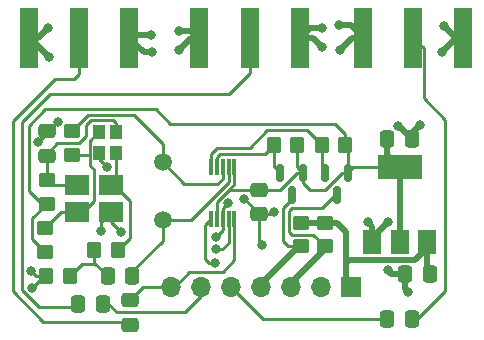
<source format=gbr>
%TF.GenerationSoftware,KiCad,Pcbnew,(6.0.11)*%
%TF.CreationDate,2023-11-05T19:40:27-06:00*%
%TF.ProjectId,PLLBoard,504c4c42-6f61-4726-942e-6b696361645f,rev?*%
%TF.SameCoordinates,Original*%
%TF.FileFunction,Copper,L1,Top*%
%TF.FilePolarity,Positive*%
%FSLAX46Y46*%
G04 Gerber Fmt 4.6, Leading zero omitted, Abs format (unit mm)*
G04 Created by KiCad (PCBNEW (6.0.11)) date 2023-11-05 19:40:27*
%MOMM*%
%LPD*%
G01*
G04 APERTURE LIST*
G04 Aperture macros list*
%AMRoundRect*
0 Rectangle with rounded corners*
0 $1 Rounding radius*
0 $2 $3 $4 $5 $6 $7 $8 $9 X,Y pos of 4 corners*
0 Add a 4 corners polygon primitive as box body*
4,1,4,$2,$3,$4,$5,$6,$7,$8,$9,$2,$3,0*
0 Add four circle primitives for the rounded corners*
1,1,$1+$1,$2,$3*
1,1,$1+$1,$4,$5*
1,1,$1+$1,$6,$7*
1,1,$1+$1,$8,$9*
0 Add four rect primitives between the rounded corners*
20,1,$1+$1,$2,$3,$4,$5,0*
20,1,$1+$1,$4,$5,$6,$7,0*
20,1,$1+$1,$6,$7,$8,$9,0*
20,1,$1+$1,$8,$9,$2,$3,0*%
G04 Aperture macros list end*
%TA.AperFunction,SMDPad,CuDef*%
%ADD10R,1.500000X2.000000*%
%TD*%
%TA.AperFunction,SMDPad,CuDef*%
%ADD11R,3.800000X2.000000*%
%TD*%
%TA.AperFunction,ComponentPad*%
%ADD12C,1.500000*%
%TD*%
%TA.AperFunction,SMDPad,CuDef*%
%ADD13R,1.500000X5.080000*%
%TD*%
%TA.AperFunction,SMDPad,CuDef*%
%ADD14RoundRect,0.250000X0.450000X-0.350000X0.450000X0.350000X-0.450000X0.350000X-0.450000X-0.350000X0*%
%TD*%
%TA.AperFunction,SMDPad,CuDef*%
%ADD15RoundRect,0.250000X-0.450000X0.350000X-0.450000X-0.350000X0.450000X-0.350000X0.450000X0.350000X0*%
%TD*%
%TA.AperFunction,SMDPad,CuDef*%
%ADD16RoundRect,0.250000X-0.475000X0.337500X-0.475000X-0.337500X0.475000X-0.337500X0.475000X0.337500X0*%
%TD*%
%TA.AperFunction,SMDPad,CuDef*%
%ADD17RoundRect,0.250000X-0.350000X-0.450000X0.350000X-0.450000X0.350000X0.450000X-0.350000X0.450000X0*%
%TD*%
%TA.AperFunction,SMDPad,CuDef*%
%ADD18RoundRect,0.150000X-0.150000X0.587500X-0.150000X-0.587500X0.150000X-0.587500X0.150000X0.587500X0*%
%TD*%
%TA.AperFunction,SMDPad,CuDef*%
%ADD19RoundRect,0.250000X0.475000X-0.337500X0.475000X0.337500X-0.475000X0.337500X-0.475000X-0.337500X0*%
%TD*%
%TA.AperFunction,SMDPad,CuDef*%
%ADD20RoundRect,0.250000X-0.337500X-0.475000X0.337500X-0.475000X0.337500X0.475000X-0.337500X0.475000X0*%
%TD*%
%TA.AperFunction,SMDPad,CuDef*%
%ADD21RoundRect,0.250000X0.337500X0.475000X-0.337500X0.475000X-0.337500X-0.475000X0.337500X-0.475000X0*%
%TD*%
%TA.AperFunction,SMDPad,CuDef*%
%ADD22R,0.300000X1.400000*%
%TD*%
%TA.AperFunction,SMDPad,CuDef*%
%ADD23R,2.100000X1.800000*%
%TD*%
%TA.AperFunction,ComponentPad*%
%ADD24R,1.700000X1.700000*%
%TD*%
%TA.AperFunction,ComponentPad*%
%ADD25O,1.700000X1.700000*%
%TD*%
%TA.AperFunction,SMDPad,CuDef*%
%ADD26R,1.000000X1.150000*%
%TD*%
%TA.AperFunction,ViaPad*%
%ADD27C,0.800000*%
%TD*%
%TA.AperFunction,Conductor*%
%ADD28C,0.250000*%
%TD*%
%TA.AperFunction,Conductor*%
%ADD29C,0.500000*%
%TD*%
G04 APERTURE END LIST*
D10*
%TO.P,U1,1,GND*%
%TO.N,GND*%
X79234000Y-75794000D03*
%TO.P,U1,2,VO*%
%TO.N,+3V3*%
X81534000Y-75794000D03*
D11*
X81534000Y-69494000D03*
D10*
%TO.P,U1,3,VI*%
%TO.N,VIN*%
X83834000Y-75794000D03*
%TD*%
D12*
%TO.P,Y2,1,1*%
%TO.N,Net-(U2-Pad2)*%
X61468000Y-73914000D03*
%TO.P,Y2,2,2*%
%TO.N,Net-(U2-Pad3)*%
X61468000Y-69034000D03*
%TD*%
D13*
%TO.P,J4,1,In*%
%TO.N,Net-(J4-Pad1)*%
X82690000Y-58500000D03*
%TO.P,J4,2,Ext*%
%TO.N,GND*%
X86940000Y-58500000D03*
X78440000Y-58500000D03*
%TD*%
D14*
%TO.P,R10,1*%
%TO.N,+3V3*%
X51640000Y-72590000D03*
%TO.P,R10,2*%
%TO.N,Net-(Y1-Pad4)*%
X51640000Y-70590000D03*
%TD*%
D15*
%TO.P,R7,1*%
%TO.N,Net-(U2-Pad3)*%
X53780000Y-66440000D03*
%TO.P,R7,2*%
%TO.N,Net-(Y1-Pad1)*%
X53780000Y-68440000D03*
%TD*%
D16*
%TO.P,C6,1*%
%TO.N,GND*%
X51660000Y-66432500D03*
%TO.P,C6,2*%
%TO.N,Net-(Y1-Pad4)*%
X51660000Y-68507500D03*
%TD*%
D17*
%TO.P,R8,1*%
%TO.N,Net-(C5-Pad1)*%
X55680000Y-76480000D03*
%TO.P,R8,2*%
%TO.N,Net-(Y1-Pad3)*%
X57680000Y-76480000D03*
%TD*%
%TO.P,R4,1*%
%TO.N,Net-(Q2-Pad2)*%
X74946000Y-67564000D03*
%TO.P,R4,2*%
%TO.N,+3V3*%
X76946000Y-67564000D03*
%TD*%
D18*
%TO.P,Q2,1,G*%
%TO.N,+3V3*%
X77150000Y-69928500D03*
%TO.P,Q2,2,S*%
%TO.N,Net-(Q2-Pad2)*%
X75250000Y-69928500D03*
%TO.P,Q2,3,D*%
%TO.N,SDA*%
X76200000Y-71803500D03*
%TD*%
D19*
%TO.P,C4,1*%
%TO.N,GND*%
X69590000Y-73457500D03*
%TO.P,C4,2*%
%TO.N,+3V3*%
X69590000Y-71382500D03*
%TD*%
D20*
%TO.P,C8,2*%
%TO.N,CLK1*%
X56409500Y-81026000D03*
%TO.P,C8,1*%
%TO.N,Net-(J3-Pad1)*%
X54334500Y-81026000D03*
%TD*%
%TO.P,C1,1*%
%TO.N,GND*%
X82020500Y-78486000D03*
%TO.P,C1,2*%
%TO.N,VIN*%
X84095500Y-78486000D03*
%TD*%
D21*
%TO.P,C3,1*%
%TO.N,GND*%
X82571500Y-67056000D03*
%TO.P,C3,2*%
%TO.N,+3V3*%
X80496500Y-67056000D03*
%TD*%
D13*
%TO.P,J3,1,In*%
%TO.N,Net-(J3-Pad1)*%
X68834000Y-58547000D03*
%TO.P,J3,2,Ext*%
%TO.N,GND*%
X73084000Y-58547000D03*
X64584000Y-58547000D03*
%TD*%
D17*
%TO.P,R3,1*%
%TO.N,Net-(Q1-Pad2)*%
X70882000Y-67564000D03*
%TO.P,R3,2*%
%TO.N,+3V3*%
X72882000Y-67564000D03*
%TD*%
D21*
%TO.P,C2,1*%
%TO.N,Net-(J4-Pad1)*%
X82571500Y-82296000D03*
%TO.P,C2,2*%
%TO.N,CLK2*%
X80496500Y-82296000D03*
%TD*%
D22*
%TO.P,U2,1,VDD*%
%TO.N,+3V3*%
X67548000Y-69428000D03*
%TO.P,U2,2,XA*%
%TO.N,Net-(U2-Pad2)*%
X67048000Y-69428000D03*
%TO.P,U2,3,XB*%
%TO.N,Net-(U2-Pad3)*%
X66548000Y-69428000D03*
%TO.P,U2,4,SCL*%
%TO.N,Net-(Q1-Pad2)*%
X66048000Y-69428000D03*
%TO.P,U2,5,SDA*%
%TO.N,Net-(Q2-Pad2)*%
X65548000Y-69428000D03*
%TO.P,U2,6,CLK2*%
%TO.N,CLK2*%
X65548000Y-73828000D03*
%TO.P,U2,7,VDDO*%
%TO.N,+3V3*%
X66048000Y-73828000D03*
%TO.P,U2,8,GND*%
%TO.N,GND*%
X66548000Y-73828000D03*
%TO.P,U2,9,CLK1*%
%TO.N,CLK1*%
X67048000Y-73828000D03*
%TO.P,U2,10,CLK0*%
%TO.N,CLK0*%
X67548000Y-73828000D03*
%TD*%
D20*
%TO.P,C5,1*%
%TO.N,Net-(C5-Pad1)*%
X56802500Y-78670000D03*
%TO.P,C5,2*%
%TO.N,Net-(U2-Pad2)*%
X58877500Y-78670000D03*
%TD*%
D13*
%TO.P,J2,1,In*%
%TO.N,Net-(J2-Pad1)*%
X54410000Y-58510000D03*
%TO.P,J2,2,Ext*%
%TO.N,GND*%
X58660000Y-58510000D03*
X50160000Y-58510000D03*
%TD*%
D14*
%TO.P,R1,1*%
%TO.N,SCL*%
X73152000Y-76168000D03*
%TO.P,R1,2*%
%TO.N,VIN*%
X73152000Y-74168000D03*
%TD*%
D23*
%TO.P,Y1,1,1*%
%TO.N,Net-(Y1-Pad1)*%
X54230000Y-73250000D03*
%TO.P,Y1,2,2*%
%TO.N,GND*%
X57130000Y-73250000D03*
%TO.P,Y1,3,3*%
%TO.N,Net-(Y1-Pad3)*%
X57130000Y-70950000D03*
%TO.P,Y1,4,4*%
%TO.N,Net-(Y1-Pad4)*%
X54230000Y-70950000D03*
%TD*%
D19*
%TO.P,C7,1*%
%TO.N,Net-(J2-Pad1)*%
X58674000Y-82825500D03*
%TO.P,C7,2*%
%TO.N,CLK0*%
X58674000Y-80750500D03*
%TD*%
D24*
%TO.P,J1,1,Pin_1*%
%TO.N,VIN*%
X77419200Y-79603600D03*
D25*
%TO.P,J1,2,Pin_2*%
%TO.N,GND*%
X74879200Y-79603600D03*
%TO.P,J1,3,Pin_3*%
%TO.N,SDA*%
X72339200Y-79603600D03*
%TO.P,J1,4,Pin_4*%
%TO.N,SCL*%
X69799200Y-79603600D03*
%TO.P,J1,5,Pin_5*%
%TO.N,CLK2*%
X67259200Y-79603600D03*
%TO.P,J1,6,Pin_6*%
%TO.N,CLK1*%
X64719200Y-79603600D03*
%TO.P,J1,7,Pin_7*%
%TO.N,CLK0*%
X62179200Y-79603600D03*
%TD*%
D14*
%TO.P,R6,1*%
%TO.N,+3V3*%
X51520000Y-76610000D03*
%TO.P,R6,2*%
%TO.N,Net-(Y1-Pad1)*%
X51520000Y-74610000D03*
%TD*%
D18*
%TO.P,Q1,1,G*%
%TO.N,+3V3*%
X73340000Y-69928500D03*
%TO.P,Q1,2,S*%
%TO.N,Net-(Q1-Pad2)*%
X71440000Y-69928500D03*
%TO.P,Q1,3,D*%
%TO.N,SCL*%
X72390000Y-71803500D03*
%TD*%
D17*
%TO.P,R9,1*%
%TO.N,GND*%
X51620000Y-78660000D03*
%TO.P,R9,2*%
%TO.N,Net-(C5-Pad1)*%
X53620000Y-78660000D03*
%TD*%
D26*
%TO.P,Y3,1,1*%
%TO.N,Net-(Y1-Pad1)*%
X56110000Y-66515000D03*
%TO.P,Y3,2,2*%
%TO.N,GND*%
X56110000Y-68265000D03*
%TO.P,Y3,3,3*%
%TO.N,Net-(Y1-Pad3)*%
X57510000Y-68265000D03*
%TO.P,Y3,4,4*%
%TO.N,Net-(Y1-Pad4)*%
X57510000Y-66515000D03*
%TD*%
D14*
%TO.P,R2,1*%
%TO.N,SDA*%
X75184000Y-76168000D03*
%TO.P,R2,2*%
%TO.N,VIN*%
X75184000Y-74168000D03*
%TD*%
D27*
%TO.N,GND*%
X50376299Y-79671701D03*
X50292000Y-78232000D03*
X50890520Y-67373173D03*
X51760000Y-57670000D03*
X65960000Y-75340000D03*
X62839600Y-59588400D03*
X51880000Y-60160000D03*
X80520000Y-78210000D03*
X80580000Y-74080000D03*
X67010000Y-72460000D03*
X76450000Y-59570000D03*
X74942700Y-59321700D03*
X56250000Y-74890000D03*
X60530000Y-59710000D03*
X68350000Y-72140000D03*
X85310000Y-57480000D03*
X69910000Y-76080000D03*
X82245200Y-80010000D03*
X78820000Y-74120000D03*
X60490000Y-58250000D03*
X70903500Y-73250000D03*
X52634062Y-65602844D03*
X62839600Y-57912000D03*
X83270000Y-65860000D03*
X74930000Y-57658000D03*
X57965500Y-74970000D03*
X76400000Y-57470000D03*
X56775500Y-69450498D03*
X81422014Y-65967901D03*
X85140000Y-59690000D03*
%TO.N,CLK1*%
X65960000Y-76430000D03*
%TO.N,CLK2*%
X65910000Y-77610000D03*
%TD*%
D28*
%TO.N,GND*%
X51388000Y-78660000D02*
X50376299Y-79671701D01*
X51620000Y-78660000D02*
X51388000Y-78660000D01*
X50720000Y-78660000D02*
X50292000Y-78232000D01*
X51620000Y-78660000D02*
X50720000Y-78660000D01*
D29*
X81422014Y-65967901D02*
X81483401Y-65967901D01*
X81483401Y-65967901D02*
X82571500Y-67056000D01*
D28*
%TO.N,Net-(J4-Pad1)*%
X83566000Y-63636000D02*
X83566000Y-59376000D01*
X83566000Y-59376000D02*
X82690000Y-58500000D01*
X85370000Y-79950000D02*
X85370000Y-65440000D01*
X85370000Y-65440000D02*
X83566000Y-63636000D01*
X83024000Y-82296000D02*
X85370000Y-79950000D01*
X82571500Y-82296000D02*
X83024000Y-82296000D01*
D29*
%TO.N,GND*%
X50230000Y-58510000D02*
X50160000Y-58510000D01*
X51880000Y-60160000D02*
X50230000Y-58510000D01*
X51760000Y-57670000D02*
X50920000Y-58510000D01*
X50920000Y-58510000D02*
X50160000Y-58510000D01*
X85140000Y-59690000D02*
X86330000Y-58500000D01*
X86330000Y-58500000D02*
X86940000Y-58500000D01*
X85310000Y-57480000D02*
X86330000Y-58500000D01*
X77520000Y-58500000D02*
X78440000Y-58500000D01*
X77410000Y-57470000D02*
X78440000Y-58500000D01*
X76400000Y-57470000D02*
X77410000Y-57470000D01*
X76450000Y-59570000D02*
X77520000Y-58500000D01*
D28*
%TO.N,Net-(J2-Pad1)*%
X58398500Y-82550000D02*
X58674000Y-82825500D01*
X48800000Y-65550000D02*
X48800000Y-79990000D01*
X51360000Y-82550000D02*
X58398500Y-82550000D01*
X52374000Y-61976000D02*
X48800000Y-65550000D01*
X53974000Y-61976000D02*
X52374000Y-61976000D01*
X54410000Y-61540000D02*
X53974000Y-61976000D01*
X48800000Y-79990000D02*
X51360000Y-82550000D01*
X54410000Y-58510000D02*
X54410000Y-61540000D01*
%TO.N,Net-(J3-Pad1)*%
X54080500Y-81280000D02*
X54334500Y-81026000D01*
X50960000Y-81280000D02*
X54080500Y-81280000D01*
X67056000Y-63246000D02*
X51924000Y-63246000D01*
X49540000Y-65630000D02*
X49540000Y-79860000D01*
X68834000Y-58547000D02*
X68834000Y-61468000D01*
X68834000Y-61468000D02*
X67056000Y-63246000D01*
X51924000Y-63246000D02*
X49540000Y-65630000D01*
X49540000Y-79860000D02*
X50960000Y-81280000D01*
D29*
%TO.N,GND*%
X59860000Y-59710000D02*
X58660000Y-58510000D01*
X60530000Y-59710000D02*
X59860000Y-59710000D01*
X58920000Y-58250000D02*
X58660000Y-58510000D01*
X60490000Y-58250000D02*
X58920000Y-58250000D01*
D28*
%TO.N,+3V3*%
X50150000Y-71460000D02*
X50150000Y-65960000D01*
X50150000Y-65960000D02*
X51530000Y-64580000D01*
X51640000Y-72590000D02*
X51280000Y-72590000D01*
X51530000Y-64580000D02*
X60897000Y-64580000D01*
X51280000Y-72590000D02*
X50150000Y-71460000D01*
%TO.N,Net-(C5-Pad1)*%
X55771250Y-77638750D02*
X56802500Y-78670000D01*
X54641250Y-77638750D02*
X55771250Y-77638750D01*
X55680000Y-77547500D02*
X55771250Y-77638750D01*
X53620000Y-78660000D02*
X54641250Y-77638750D01*
%TO.N,Net-(Y1-Pad1)*%
X51520000Y-74610000D02*
X52880000Y-73250000D01*
X52880000Y-73250000D02*
X54230000Y-73250000D01*
%TO.N,+3V3*%
X51640000Y-72590000D02*
X50430000Y-73800000D01*
X50430000Y-73800000D02*
X50430000Y-75520000D01*
X50430000Y-75520000D02*
X51520000Y-76610000D01*
%TO.N,Net-(Y1-Pad4)*%
X52000000Y-70950000D02*
X51640000Y-70590000D01*
X54230000Y-70950000D02*
X52000000Y-70950000D01*
X51660000Y-70570000D02*
X51640000Y-70590000D01*
X51660000Y-68507500D02*
X51660000Y-70570000D01*
%TO.N,GND*%
X51660000Y-66603693D02*
X50890520Y-67373173D01*
X51660000Y-66432500D02*
X51660000Y-66603693D01*
X51804406Y-66432500D02*
X51660000Y-66432500D01*
X52634062Y-65602844D02*
X51804406Y-66432500D01*
%TO.N,Net-(Y1-Pad4)*%
X57510000Y-65720000D02*
X57510000Y-66515000D01*
X55430000Y-65500000D02*
X57290000Y-65500000D01*
X55010000Y-65920000D02*
X55430000Y-65500000D01*
X55010000Y-66830000D02*
X55010000Y-65920000D01*
X54410000Y-67430000D02*
X55010000Y-66830000D01*
X52550000Y-67430000D02*
X54410000Y-67430000D01*
X51660000Y-68320000D02*
X52550000Y-67430000D01*
X51660000Y-68507500D02*
X51660000Y-68320000D01*
X57290000Y-65500000D02*
X57510000Y-65720000D01*
%TO.N,Net-(U2-Pad3)*%
X59020000Y-65030000D02*
X61468000Y-67478000D01*
X55190000Y-65030000D02*
X59020000Y-65030000D01*
X61468000Y-67478000D02*
X61468000Y-69034000D01*
X53780000Y-66440000D02*
X55190000Y-65030000D01*
%TO.N,+3V3*%
X62103000Y-65786000D02*
X76073000Y-65786000D01*
X76073000Y-65786000D02*
X76946000Y-66659000D01*
X76946000Y-66659000D02*
X76946000Y-67564000D01*
X60897000Y-64580000D02*
X62103000Y-65786000D01*
%TO.N,Net-(Y1-Pad1)*%
X55180000Y-68440000D02*
X55285000Y-68545000D01*
X53780000Y-68440000D02*
X55180000Y-68440000D01*
X55285000Y-67235000D02*
X55285000Y-68545000D01*
X55285000Y-68545000D02*
X55285000Y-69305000D01*
X54710000Y-73250000D02*
X54230000Y-73250000D01*
X55670000Y-72290000D02*
X54710000Y-73250000D01*
X55670000Y-69690000D02*
X55670000Y-72290000D01*
X55285000Y-69305000D02*
X55670000Y-69690000D01*
X56005000Y-66515000D02*
X55285000Y-67235000D01*
X56110000Y-66515000D02*
X56005000Y-66515000D01*
%TO.N,Net-(Y1-Pad3)*%
X57510000Y-70570000D02*
X57130000Y-70950000D01*
X57510000Y-68265000D02*
X57510000Y-70570000D01*
%TO.N,Net-(Y1-Pad1)*%
X56110000Y-66515000D02*
X56080000Y-66485000D01*
%TO.N,GND*%
X56110000Y-68784998D02*
X56110000Y-68265000D01*
X56775500Y-69450498D02*
X56110000Y-68784998D01*
%TO.N,Net-(U2-Pad2)*%
X61468000Y-75692000D02*
X58877500Y-78282500D01*
X58877500Y-78282500D02*
X58877500Y-78670000D01*
%TO.N,Net-(C5-Pad1)*%
X55680000Y-76480000D02*
X55680000Y-77547500D01*
%TO.N,Net-(U2-Pad2)*%
X61468000Y-73914000D02*
X61468000Y-75692000D01*
%TO.N,Net-(Y1-Pad3)*%
X58720000Y-72290000D02*
X57380000Y-70950000D01*
X58720000Y-75440000D02*
X58720000Y-72290000D01*
X57380000Y-70950000D02*
X57130000Y-70950000D01*
X57680000Y-76480000D02*
X58720000Y-75440000D01*
%TO.N,GND*%
X57130000Y-74134500D02*
X57130000Y-73250000D01*
X56250000Y-74130000D02*
X57130000Y-73250000D01*
X57965500Y-74970000D02*
X57130000Y-74134500D01*
X56250000Y-74890000D02*
X56250000Y-74130000D01*
%TO.N,CLK1*%
X63330000Y-81770000D02*
X64719200Y-80380800D01*
X57590000Y-81770000D02*
X63330000Y-81770000D01*
X56846000Y-81026000D02*
X57590000Y-81770000D01*
X56409500Y-81026000D02*
X56846000Y-81026000D01*
X64719200Y-80380800D02*
X64719200Y-79603600D01*
%TO.N,CLK0*%
X59820900Y-79603600D02*
X58674000Y-80750500D01*
X62179200Y-79603600D02*
X59820900Y-79603600D01*
%TO.N,CLK2*%
X69951600Y-82296000D02*
X67259200Y-79603600D01*
X80496500Y-82296000D02*
X69951600Y-82296000D01*
%TO.N,Net-(Q2-Pad2)*%
X70342000Y-66310000D02*
X73692000Y-66310000D01*
X73692000Y-66310000D02*
X74946000Y-67564000D01*
X68834000Y-67818000D02*
X70342000Y-66310000D01*
X66040000Y-67818000D02*
X68834000Y-67818000D01*
X65548000Y-68310000D02*
X66040000Y-67818000D01*
X65548000Y-69428000D02*
X65548000Y-68310000D01*
%TO.N,+3V3*%
X67062196Y-71382500D02*
X67052348Y-71392348D01*
X69590000Y-71382500D02*
X67062196Y-71382500D01*
X67052348Y-71392348D02*
X67548000Y-70896695D01*
X66048000Y-72396695D02*
X67052348Y-71392348D01*
X67548000Y-70178000D02*
X67548000Y-69428000D01*
X67548000Y-70850000D02*
X67548000Y-70178000D01*
D29*
%TO.N,GND*%
X74930000Y-57658000D02*
X73973000Y-57658000D01*
X79234000Y-75426000D02*
X79234000Y-75794000D01*
X82020500Y-79785300D02*
X82245200Y-80010000D01*
D28*
X69590000Y-73457500D02*
X69590000Y-73380000D01*
D29*
X79234000Y-74534000D02*
X78820000Y-74120000D01*
D28*
X69590000Y-73457500D02*
X70696000Y-73457500D01*
D29*
X74168000Y-58547000D02*
X73084000Y-58547000D01*
D28*
X67010000Y-72460000D02*
X66548000Y-72922000D01*
X66548000Y-72922000D02*
X66548000Y-73828000D01*
D29*
X63949000Y-57912000D02*
X64584000Y-58547000D01*
D28*
X69590000Y-75760000D02*
X69590000Y-73457500D01*
D29*
X82571500Y-67056000D02*
X82571500Y-66558500D01*
D28*
X69590000Y-73380000D02*
X68350000Y-72140000D01*
D29*
X80796000Y-78486000D02*
X80520000Y-78210000D01*
X80580000Y-74080000D02*
X79234000Y-75426000D01*
D28*
X70696000Y-73457500D02*
X70903500Y-73250000D01*
D29*
X73973000Y-57658000D02*
X73084000Y-58547000D01*
D28*
X69910000Y-76080000D02*
X69590000Y-75760000D01*
D29*
X74942700Y-59321700D02*
X74168000Y-58547000D01*
D28*
X66548000Y-73828000D02*
X66548000Y-74752000D01*
D29*
X82571500Y-66558500D02*
X83270000Y-65860000D01*
X63881000Y-58547000D02*
X64584000Y-58547000D01*
X82020500Y-78486000D02*
X82020500Y-79785300D01*
X62839600Y-57912000D02*
X63949000Y-57912000D01*
X82020500Y-78486000D02*
X80796000Y-78486000D01*
X62839600Y-59588400D02*
X63881000Y-58547000D01*
D28*
X66548000Y-74752000D02*
X65960000Y-75340000D01*
D29*
X79234000Y-75794000D02*
X79234000Y-74534000D01*
%TO.N,VIN*%
X73152000Y-74168000D02*
X75184000Y-74168000D01*
X75184000Y-74168000D02*
X76200000Y-74168000D01*
X83834000Y-75794000D02*
X83834000Y-78224500D01*
X76962000Y-77598000D02*
X77249000Y-77311000D01*
X82829000Y-77311000D02*
X83834000Y-76306000D01*
X76962000Y-77598000D02*
X76962000Y-79146400D01*
X76200000Y-74168000D02*
X76962000Y-74930000D01*
X77249000Y-77311000D02*
X82829000Y-77311000D01*
X83834000Y-78224500D02*
X84095500Y-78486000D01*
X76962000Y-79146400D02*
X77419200Y-79603600D01*
X76962000Y-74930000D02*
X76962000Y-77598000D01*
X83834000Y-76306000D02*
X83834000Y-75794000D01*
D28*
%TO.N,+3V3*%
X73340000Y-70800000D02*
X73914000Y-71374000D01*
X66048000Y-73828000D02*
X66048000Y-72396695D01*
X76659251Y-69928500D02*
X77150000Y-69928500D01*
X73340000Y-69928500D02*
X72849251Y-69928500D01*
X73340000Y-69928500D02*
X73340000Y-70800000D01*
X72882000Y-67564000D02*
X72882000Y-69470500D01*
D29*
X81534000Y-75794000D02*
X81534000Y-69494000D01*
X80496500Y-68456500D02*
X81534000Y-69494000D01*
D28*
X77150000Y-69928500D02*
X77150000Y-67768000D01*
X75213751Y-71374000D02*
X76659251Y-69928500D01*
X71395251Y-71382500D02*
X69590000Y-71382500D01*
X67548000Y-70896695D02*
X67548000Y-70850000D01*
X77150000Y-67768000D02*
X76946000Y-67564000D01*
D29*
X80496500Y-67056000D02*
X80496500Y-68456500D01*
D28*
X73914000Y-71374000D02*
X75213751Y-71374000D01*
X77584500Y-69494000D02*
X81534000Y-69494000D01*
X72882000Y-69470500D02*
X73340000Y-69928500D01*
X77150000Y-69928500D02*
X77584500Y-69494000D01*
X72849251Y-69928500D02*
X71395251Y-71382500D01*
%TO.N,CLK0*%
X67548000Y-77362000D02*
X66560000Y-78350000D01*
X63737600Y-78350000D02*
X62484000Y-79603600D01*
X62484000Y-79603600D02*
X62179200Y-79603600D01*
X66560000Y-78350000D02*
X63737600Y-78350000D01*
X67548000Y-73828000D02*
X67548000Y-77362000D01*
%TO.N,CLK1*%
X66510000Y-76430000D02*
X67048000Y-75892000D01*
X67048000Y-75892000D02*
X67048000Y-73828000D01*
X65960000Y-76430000D02*
X66510000Y-76430000D01*
%TO.N,CLK2*%
X65050000Y-74326000D02*
X65548000Y-73828000D01*
X65050000Y-77230000D02*
X65050000Y-74326000D01*
X65910000Y-77610000D02*
X65430000Y-77610000D01*
X65430000Y-77610000D02*
X65050000Y-77230000D01*
D29*
%TO.N,SCL*%
X72980800Y-76168000D02*
X73152000Y-76168000D01*
X69799200Y-79349600D02*
X72980800Y-76168000D01*
X69799200Y-79603600D02*
X69799200Y-79349600D01*
D28*
X72390000Y-72136000D02*
X71628000Y-72898000D01*
X71628000Y-72898000D02*
X71628000Y-75692000D01*
X72104000Y-76168000D02*
X73152000Y-76168000D01*
X71628000Y-75692000D02*
X72104000Y-76168000D01*
X72390000Y-71803500D02*
X72390000Y-72136000D01*
D29*
%TO.N,SDA*%
X75184000Y-76403200D02*
X75184000Y-76168000D01*
D28*
X72390000Y-75184000D02*
X74200000Y-75184000D01*
X74930000Y-72898000D02*
X72390000Y-72898000D01*
X76200000Y-71803500D02*
X76024500Y-71803500D01*
X74200000Y-75184000D02*
X75184000Y-76168000D01*
X72127000Y-73161000D02*
X72127000Y-74921000D01*
X76024500Y-71803500D02*
X74930000Y-72898000D01*
X72127000Y-74921000D02*
X72390000Y-75184000D01*
D29*
X72339200Y-79248000D02*
X75184000Y-76403200D01*
X72339200Y-79603600D02*
X72339200Y-79248000D01*
D28*
X72390000Y-72898000D02*
X72127000Y-73161000D01*
%TO.N,Net-(Q1-Pad2)*%
X70882000Y-69370500D02*
X71440000Y-69928500D01*
X70882000Y-67564000D02*
X70882000Y-69370500D01*
X66048000Y-68572000D02*
X66048000Y-69428000D01*
X66294000Y-68326000D02*
X66048000Y-68572000D01*
X70120000Y-68326000D02*
X70882000Y-67564000D01*
X66294000Y-68326000D02*
X70120000Y-68326000D01*
%TO.N,Net-(Q2-Pad2)*%
X74946000Y-67564000D02*
X74946000Y-69624500D01*
X74946000Y-69624500D02*
X75250000Y-69928500D01*
%TO.N,Net-(U2-Pad2)*%
X67048000Y-69428000D02*
X67048000Y-70713604D01*
X63847604Y-73914000D02*
X61468000Y-73914000D01*
X67048000Y-70713604D02*
X63847604Y-73914000D01*
%TO.N,Net-(U2-Pad3)*%
X66548000Y-70428000D02*
X66110000Y-70866000D01*
X66548000Y-69428000D02*
X66548000Y-70428000D01*
X66110000Y-70866000D02*
X63300000Y-70866000D01*
X63300000Y-70866000D02*
X61468000Y-69034000D01*
%TD*%
M02*

</source>
